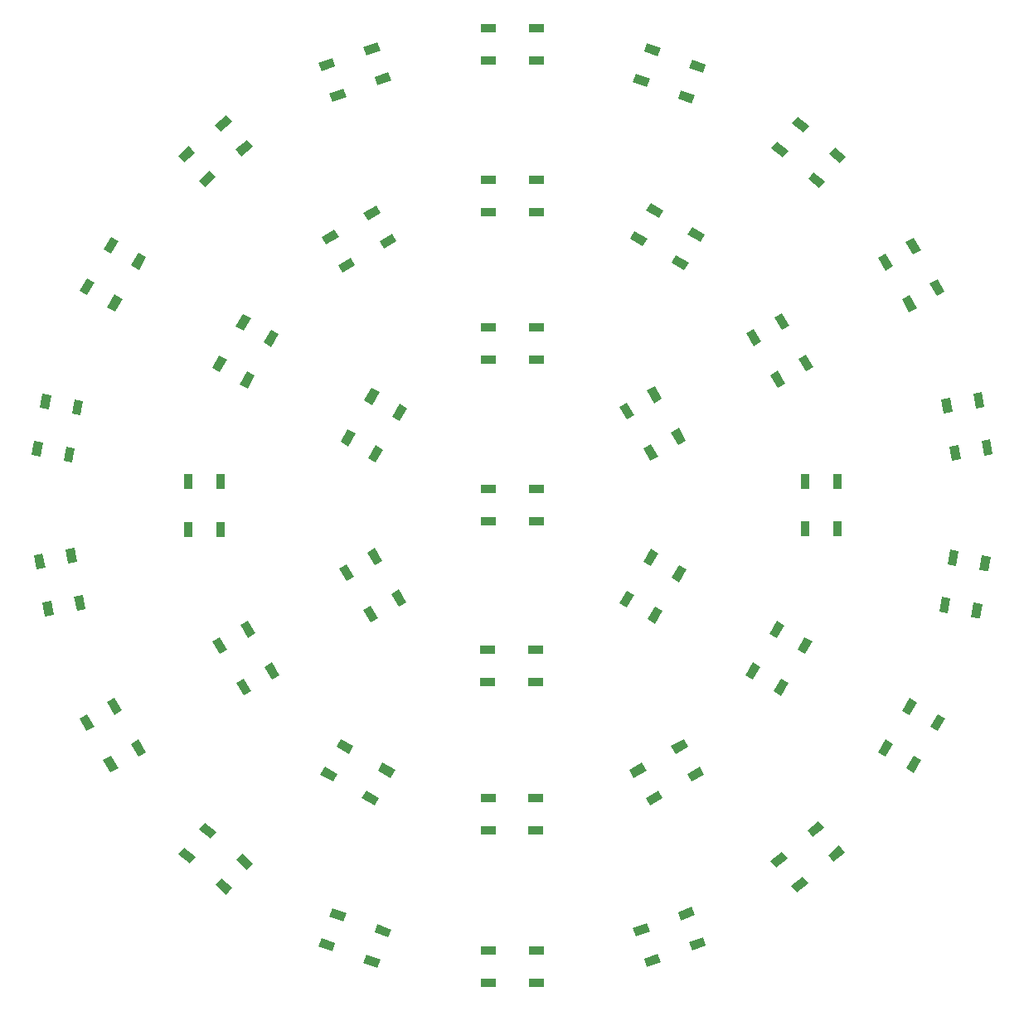
<source format=gtp>
G04 EAGLE Gerber RS-274X export*
G75*
%MOMM*%
%FSLAX34Y34*%
%LPD*%
%INTop Paste*%
%IPPOS*%
%AMOC8*
5,1,8,0,0,1.08239X$1,22.5*%
G01*
%ADD10R,1.500000X0.900000*%
%ADD11R,0.900000X1.500000*%


D10*
G36*
X-409992Y-256023D02*
X-402492Y-269013D01*
X-410286Y-273513D01*
X-417786Y-260523D01*
X-409992Y-256023D01*
G37*
G36*
X-381414Y-239523D02*
X-373914Y-252513D01*
X-381708Y-257013D01*
X-389208Y-244023D01*
X-381414Y-239523D01*
G37*
G36*
X-434492Y-213587D02*
X-426992Y-226577D01*
X-434786Y-231077D01*
X-442286Y-218087D01*
X-434492Y-213587D01*
G37*
G36*
X-405914Y-197087D02*
X-398414Y-210077D01*
X-406208Y-214577D01*
X-413708Y-201587D01*
X-405914Y-197087D01*
G37*
G36*
X473166Y98926D02*
X470562Y113697D01*
X479424Y115260D01*
X482028Y100489D01*
X473166Y98926D01*
G37*
G36*
X440667Y93196D02*
X438063Y107967D01*
X446925Y109530D01*
X449529Y94759D01*
X440667Y93196D01*
G37*
G36*
X481675Y50670D02*
X479071Y65441D01*
X487933Y67004D01*
X490537Y52233D01*
X481675Y50670D01*
G37*
G36*
X449176Y44940D02*
X446572Y59711D01*
X455434Y61274D01*
X458038Y46503D01*
X449176Y44940D01*
G37*
G36*
X409292Y255823D02*
X401792Y268813D01*
X409586Y273313D01*
X417086Y260323D01*
X409292Y255823D01*
G37*
G36*
X380714Y239323D02*
X373214Y252313D01*
X381008Y256813D01*
X388508Y243823D01*
X380714Y239323D01*
G37*
G36*
X433792Y213387D02*
X426292Y226377D01*
X434086Y230877D01*
X441586Y217887D01*
X433792Y213387D01*
G37*
G36*
X405214Y196887D02*
X397714Y209877D01*
X405508Y214377D01*
X413008Y201387D01*
X405214Y196887D01*
G37*
G36*
X297190Y380220D02*
X285701Y389861D01*
X291486Y396756D01*
X302975Y387115D01*
X297190Y380220D01*
G37*
G36*
X275978Y354941D02*
X264489Y364582D01*
X270274Y371477D01*
X281763Y361836D01*
X275978Y354941D01*
G37*
G36*
X334726Y348723D02*
X323237Y358364D01*
X329022Y365259D01*
X340511Y355618D01*
X334726Y348723D01*
G37*
G36*
X313514Y323444D02*
X302025Y333085D01*
X307810Y339980D01*
X319299Y330339D01*
X313514Y323444D01*
G37*
G36*
X148529Y457991D02*
X134435Y463121D01*
X137513Y471577D01*
X151607Y466447D01*
X148529Y457991D01*
G37*
G36*
X137242Y426982D02*
X123148Y432112D01*
X126226Y440568D01*
X140320Y435438D01*
X137242Y426982D01*
G37*
G36*
X194574Y441232D02*
X180480Y446362D01*
X183558Y454818D01*
X197652Y449688D01*
X194574Y441232D01*
G37*
G36*
X183287Y410223D02*
X169193Y415353D01*
X172271Y423809D01*
X186365Y418679D01*
X183287Y410223D01*
G37*
X-24700Y486900D03*
X-24700Y453900D03*
X24300Y486900D03*
X24300Y453900D03*
G36*
X-180780Y447862D02*
X-194874Y442732D01*
X-197952Y451188D01*
X-183858Y456318D01*
X-180780Y447862D01*
G37*
G36*
X-169493Y416853D02*
X-183587Y411723D01*
X-186665Y420179D01*
X-172571Y425309D01*
X-169493Y416853D01*
G37*
G36*
X-134735Y464621D02*
X-148829Y459491D01*
X-151907Y467947D01*
X-137813Y473077D01*
X-134735Y464621D01*
G37*
G36*
X-123448Y433612D02*
X-137542Y428482D01*
X-140620Y436938D01*
X-126526Y442068D01*
X-123448Y433612D01*
G37*
G36*
X-324037Y359664D02*
X-335526Y350023D01*
X-341311Y356918D01*
X-329822Y366559D01*
X-324037Y359664D01*
G37*
G36*
X-302825Y334385D02*
X-314314Y324744D01*
X-320099Y331639D01*
X-308610Y341280D01*
X-302825Y334385D01*
G37*
G36*
X-286501Y391161D02*
X-297990Y381520D01*
X-303775Y388415D01*
X-292286Y398056D01*
X-286501Y391161D01*
G37*
G36*
X-265289Y365882D02*
X-276778Y356241D01*
X-282563Y363136D01*
X-271074Y372777D01*
X-265289Y365882D01*
G37*
G36*
X-426792Y227177D02*
X-434292Y214187D01*
X-442086Y218687D01*
X-434586Y231677D01*
X-426792Y227177D01*
G37*
G36*
X-398214Y210677D02*
X-405714Y197687D01*
X-413508Y202187D01*
X-406008Y215177D01*
X-398214Y210677D01*
G37*
G36*
X-402292Y269613D02*
X-409792Y256623D01*
X-417586Y261123D01*
X-410086Y274113D01*
X-402292Y269613D01*
G37*
G36*
X-373714Y253113D02*
X-381214Y240123D01*
X-389008Y244623D01*
X-381508Y257613D01*
X-373714Y253113D01*
G37*
G36*
X-479271Y63941D02*
X-481875Y49170D01*
X-490737Y50733D01*
X-488133Y65504D01*
X-479271Y63941D01*
G37*
G36*
X-446772Y58211D02*
X-449376Y43440D01*
X-458238Y45003D01*
X-455634Y59774D01*
X-446772Y58211D01*
G37*
G36*
X-470762Y112197D02*
X-473366Y97426D01*
X-482228Y98989D01*
X-479624Y113760D01*
X-470762Y112197D01*
G37*
G36*
X-438263Y106467D02*
X-440867Y91696D01*
X-449729Y93259D01*
X-447125Y108030D01*
X-438263Y106467D01*
G37*
D11*
X-298100Y24100D03*
X-331100Y24100D03*
X-298100Y-24900D03*
X-331100Y-24900D03*
D10*
G36*
X-471066Y-97726D02*
X-468462Y-112497D01*
X-477324Y-114060D01*
X-479928Y-99289D01*
X-471066Y-97726D01*
G37*
G36*
X-438567Y-91996D02*
X-435963Y-106767D01*
X-444825Y-108330D01*
X-447429Y-93559D01*
X-438567Y-91996D01*
G37*
G36*
X-479575Y-49470D02*
X-476971Y-64241D01*
X-485833Y-65804D01*
X-488437Y-51033D01*
X-479575Y-49470D01*
G37*
G36*
X-447076Y-43740D02*
X-444472Y-58511D01*
X-453334Y-60074D01*
X-455938Y-45303D01*
X-447076Y-43740D01*
G37*
G36*
X-253708Y165923D02*
X-246208Y178913D01*
X-238414Y174413D01*
X-245914Y161423D01*
X-253708Y165923D01*
G37*
G36*
X-282286Y182423D02*
X-274786Y195413D01*
X-266992Y190913D01*
X-274492Y177923D01*
X-282286Y182423D01*
G37*
G36*
X-278208Y123487D02*
X-270708Y136477D01*
X-262914Y131977D01*
X-270414Y118987D01*
X-278208Y123487D01*
G37*
G36*
X-306786Y139987D02*
X-299286Y152977D01*
X-291492Y148477D01*
X-298992Y135487D01*
X-306786Y139987D01*
G37*
G36*
X-135577Y269708D02*
X-122587Y277208D01*
X-118087Y269414D01*
X-131077Y261914D01*
X-135577Y269708D01*
G37*
G36*
X-152077Y298286D02*
X-139087Y305786D01*
X-134587Y297992D01*
X-147577Y290492D01*
X-152077Y298286D01*
G37*
G36*
X-178013Y245208D02*
X-165023Y252708D01*
X-160523Y244914D01*
X-173513Y237414D01*
X-178013Y245208D01*
G37*
G36*
X-194513Y273786D02*
X-181523Y281286D01*
X-177023Y273492D01*
X-190013Y265992D01*
X-194513Y273786D01*
G37*
X24800Y299100D03*
X24800Y332100D03*
X-24200Y299100D03*
X-24200Y332100D03*
G36*
X167123Y255208D02*
X180113Y247708D01*
X175613Y239914D01*
X162623Y247414D01*
X167123Y255208D01*
G37*
G36*
X183623Y283786D02*
X196613Y276286D01*
X192113Y268492D01*
X179123Y275992D01*
X183623Y283786D01*
G37*
G36*
X124687Y279708D02*
X137677Y272208D01*
X133177Y264414D01*
X120187Y271914D01*
X124687Y279708D01*
G37*
G36*
X141187Y308286D02*
X154177Y300786D01*
X149677Y292992D01*
X136687Y300492D01*
X141187Y308286D01*
G37*
G36*
X271208Y137277D02*
X278708Y124287D01*
X270914Y119787D01*
X263414Y132777D01*
X271208Y137277D01*
G37*
G36*
X299786Y153777D02*
X307286Y140787D01*
X299492Y136287D01*
X291992Y149277D01*
X299786Y153777D01*
G37*
G36*
X246708Y179713D02*
X254208Y166723D01*
X246414Y162223D01*
X238914Y175213D01*
X246708Y179713D01*
G37*
G36*
X275286Y196213D02*
X282786Y183223D01*
X274992Y178723D01*
X267492Y191713D01*
X275286Y196213D01*
G37*
D11*
X299100Y-24600D03*
X332100Y-24600D03*
X299100Y24400D03*
X332100Y24400D03*
D10*
G36*
X253208Y-165423D02*
X245708Y-178413D01*
X237914Y-173913D01*
X245414Y-160923D01*
X253208Y-165423D01*
G37*
G36*
X281786Y-181923D02*
X274286Y-194913D01*
X266492Y-190413D01*
X273992Y-177423D01*
X281786Y-181923D01*
G37*
G36*
X277708Y-122987D02*
X270208Y-135977D01*
X262414Y-131477D01*
X269914Y-118487D01*
X277708Y-122987D01*
G37*
G36*
X306286Y-139487D02*
X298786Y-152477D01*
X290992Y-147977D01*
X298492Y-134987D01*
X306286Y-139487D01*
G37*
G36*
X137077Y-271208D02*
X124087Y-278708D01*
X119587Y-270914D01*
X132577Y-263414D01*
X137077Y-271208D01*
G37*
G36*
X153577Y-299786D02*
X140587Y-307286D01*
X136087Y-299492D01*
X149077Y-291992D01*
X153577Y-299786D01*
G37*
G36*
X179513Y-246708D02*
X166523Y-254208D01*
X162023Y-246414D01*
X175013Y-238914D01*
X179513Y-246708D01*
G37*
G36*
X196013Y-275286D02*
X183023Y-282786D01*
X178523Y-274992D01*
X191513Y-267492D01*
X196013Y-275286D01*
G37*
X-24800Y-299100D03*
X-24800Y-332100D03*
X24200Y-299100D03*
X24200Y-332100D03*
G36*
X-166623Y-254208D02*
X-179613Y-246708D01*
X-175113Y-238914D01*
X-162123Y-246414D01*
X-166623Y-254208D01*
G37*
G36*
X-183123Y-282786D02*
X-196113Y-275286D01*
X-191613Y-267492D01*
X-178623Y-274992D01*
X-183123Y-282786D01*
G37*
G36*
X-124187Y-278708D02*
X-137177Y-271208D01*
X-132677Y-263414D01*
X-119687Y-270914D01*
X-124187Y-278708D01*
G37*
G36*
X-140687Y-307286D02*
X-153677Y-299786D01*
X-149177Y-291992D01*
X-136187Y-299492D01*
X-140687Y-307286D01*
G37*
G36*
X-297490Y-381520D02*
X-286001Y-391161D01*
X-291786Y-398056D01*
X-303275Y-388415D01*
X-297490Y-381520D01*
G37*
G36*
X-276278Y-356241D02*
X-264789Y-365882D01*
X-270574Y-372777D01*
X-282063Y-363136D01*
X-276278Y-356241D01*
G37*
G36*
X-335026Y-350023D02*
X-323537Y-359664D01*
X-329322Y-366559D01*
X-340811Y-356918D01*
X-335026Y-350023D01*
G37*
G36*
X-313814Y-324744D02*
X-302325Y-334385D01*
X-308110Y-341280D01*
X-319599Y-331639D01*
X-313814Y-324744D01*
G37*
G36*
X-270208Y-135777D02*
X-277708Y-122787D01*
X-269914Y-118287D01*
X-262414Y-131277D01*
X-270208Y-135777D01*
G37*
G36*
X-298786Y-152277D02*
X-306286Y-139287D01*
X-298492Y-134787D01*
X-290992Y-147777D01*
X-298786Y-152277D01*
G37*
G36*
X-245708Y-178213D02*
X-253208Y-165223D01*
X-245414Y-160723D01*
X-237914Y-173713D01*
X-245708Y-178213D01*
G37*
G36*
X-274286Y-194713D02*
X-281786Y-181723D01*
X-273992Y-177223D01*
X-266492Y-190213D01*
X-274286Y-194713D01*
G37*
G36*
X-122508Y90323D02*
X-115008Y103313D01*
X-107214Y98813D01*
X-114714Y85823D01*
X-122508Y90323D01*
G37*
G36*
X-151086Y106823D02*
X-143586Y119813D01*
X-135792Y115313D01*
X-143292Y102323D01*
X-151086Y106823D01*
G37*
G36*
X-147008Y47887D02*
X-139508Y60877D01*
X-131714Y56377D01*
X-139214Y43387D01*
X-147008Y47887D01*
G37*
G36*
X-175586Y64387D02*
X-168086Y77377D01*
X-160292Y72877D01*
X-167792Y59887D01*
X-175586Y64387D01*
G37*
X24700Y148100D03*
X24700Y181100D03*
X-24300Y148100D03*
X-24300Y181100D03*
G36*
X141308Y62377D02*
X148808Y49387D01*
X141014Y44887D01*
X133514Y57877D01*
X141308Y62377D01*
G37*
G36*
X169886Y78877D02*
X177386Y65887D01*
X169592Y61387D01*
X162092Y74377D01*
X169886Y78877D01*
G37*
G36*
X116808Y104813D02*
X124308Y91823D01*
X116514Y87323D01*
X109014Y100313D01*
X116808Y104813D01*
G37*
G36*
X145386Y121313D02*
X152886Y108323D01*
X145092Y103823D01*
X137592Y116813D01*
X145386Y121313D01*
G37*
G36*
X124808Y-91823D02*
X117308Y-104813D01*
X109514Y-100313D01*
X117014Y-87323D01*
X124808Y-91823D01*
G37*
G36*
X153386Y-108323D02*
X145886Y-121313D01*
X138092Y-116813D01*
X145592Y-103823D01*
X153386Y-108323D01*
G37*
G36*
X149308Y-49387D02*
X141808Y-62377D01*
X134014Y-57877D01*
X141514Y-44887D01*
X149308Y-49387D01*
G37*
G36*
X177886Y-65887D02*
X170386Y-78877D01*
X162592Y-74377D01*
X170092Y-61387D01*
X177886Y-65887D01*
G37*
X-24900Y-148100D03*
X-24900Y-181100D03*
X24100Y-148100D03*
X24100Y-181100D03*
G36*
X-140608Y-61377D02*
X-148108Y-48387D01*
X-140314Y-43887D01*
X-132814Y-56877D01*
X-140608Y-61377D01*
G37*
G36*
X-169186Y-77877D02*
X-176686Y-64887D01*
X-168892Y-60387D01*
X-161392Y-73377D01*
X-169186Y-77877D01*
G37*
G36*
X-116108Y-103813D02*
X-123608Y-90823D01*
X-115814Y-86323D01*
X-108314Y-99313D01*
X-116108Y-103813D01*
G37*
G36*
X-144686Y-120313D02*
X-152186Y-107323D01*
X-144392Y-102823D01*
X-136892Y-115813D01*
X-144686Y-120313D01*
G37*
X-24100Y16400D03*
X-24100Y-16600D03*
X24900Y16400D03*
X24900Y-16600D03*
G36*
X-148829Y-459491D02*
X-134735Y-464621D01*
X-137813Y-473077D01*
X-151907Y-467947D01*
X-148829Y-459491D01*
G37*
G36*
X-137542Y-428482D02*
X-123448Y-433612D01*
X-126526Y-442068D01*
X-140620Y-436938D01*
X-137542Y-428482D01*
G37*
G36*
X-194874Y-442732D02*
X-180780Y-447862D01*
X-183858Y-456318D01*
X-197952Y-451188D01*
X-194874Y-442732D01*
G37*
G36*
X-183587Y-411723D02*
X-169493Y-416853D01*
X-172571Y-425309D01*
X-186665Y-420179D01*
X-183587Y-411723D01*
G37*
X24900Y-487900D03*
X24900Y-454900D03*
X-24100Y-487900D03*
X-24100Y-454900D03*
G36*
X180580Y-446862D02*
X194674Y-441732D01*
X197752Y-450188D01*
X183658Y-455318D01*
X180580Y-446862D01*
G37*
G36*
X169293Y-415853D02*
X183387Y-410723D01*
X186465Y-419179D01*
X172371Y-424309D01*
X169293Y-415853D01*
G37*
G36*
X134535Y-463621D02*
X148629Y-458491D01*
X151707Y-466947D01*
X137613Y-472077D01*
X134535Y-463621D01*
G37*
G36*
X123248Y-432612D02*
X137342Y-427482D01*
X140420Y-435938D01*
X126326Y-441068D01*
X123248Y-432612D01*
G37*
G36*
X322337Y-357664D02*
X333826Y-348023D01*
X339611Y-354918D01*
X328122Y-364559D01*
X322337Y-357664D01*
G37*
G36*
X301125Y-332385D02*
X312614Y-322744D01*
X318399Y-329639D01*
X306910Y-339280D01*
X301125Y-332385D01*
G37*
G36*
X284801Y-389161D02*
X296290Y-379520D01*
X302075Y-386415D01*
X290586Y-396056D01*
X284801Y-389161D01*
G37*
G36*
X263589Y-363882D02*
X275078Y-354241D01*
X280863Y-361136D01*
X269374Y-370777D01*
X263589Y-363882D01*
G37*
G36*
X426592Y-226677D02*
X434092Y-213687D01*
X441886Y-218187D01*
X434386Y-231177D01*
X426592Y-226677D01*
G37*
G36*
X398014Y-210177D02*
X405514Y-197187D01*
X413308Y-201687D01*
X405808Y-214677D01*
X398014Y-210177D01*
G37*
G36*
X402092Y-269113D02*
X409592Y-256123D01*
X417386Y-260623D01*
X409886Y-273613D01*
X402092Y-269113D01*
G37*
G36*
X373514Y-252613D02*
X381014Y-239623D01*
X388808Y-244123D01*
X381308Y-257113D01*
X373514Y-252613D01*
G37*
G36*
X476971Y-66241D02*
X479575Y-51470D01*
X488437Y-53033D01*
X485833Y-67804D01*
X476971Y-66241D01*
G37*
G36*
X444472Y-60511D02*
X447076Y-45740D01*
X455938Y-47303D01*
X453334Y-62074D01*
X444472Y-60511D01*
G37*
G36*
X468462Y-114497D02*
X471066Y-99726D01*
X479928Y-101289D01*
X477324Y-116060D01*
X468462Y-114497D01*
G37*
G36*
X435963Y-108767D02*
X438567Y-93996D01*
X447429Y-95559D01*
X444825Y-110330D01*
X435963Y-108767D01*
G37*
M02*

</source>
